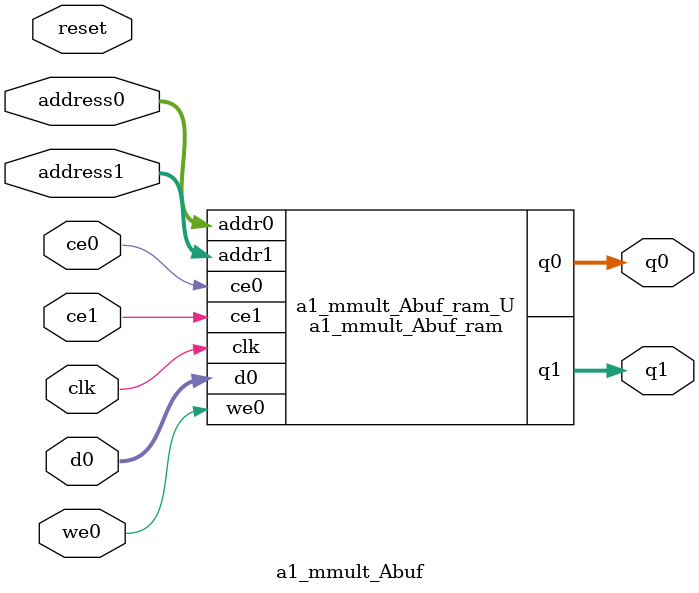
<source format=v>
`timescale 1 ns / 1 ps
module a1_mmult_Abuf_ram (addr0, ce0, d0, we0, q0, addr1, ce1, q1,  clk);

parameter DWIDTH = 32;
parameter AWIDTH = 10;
parameter MEM_SIZE = 1024;

input[AWIDTH-1:0] addr0;
input ce0;
input[DWIDTH-1:0] d0;
input we0;
output reg[DWIDTH-1:0] q0;
input[AWIDTH-1:0] addr1;
input ce1;
output reg[DWIDTH-1:0] q1;
input clk;

(* ram_style = "block" *)reg [DWIDTH-1:0] ram[0:MEM_SIZE-1];




always @(posedge clk)  
begin 
    if (ce0) 
    begin
        if (we0) 
        begin 
            ram[addr0] <= d0; 
        end 
        q0 <= ram[addr0];
    end
end


always @(posedge clk)  
begin 
    if (ce1) 
    begin
        q1 <= ram[addr1];
    end
end


endmodule

`timescale 1 ns / 1 ps
module a1_mmult_Abuf(
    reset,
    clk,
    address0,
    ce0,
    we0,
    d0,
    q0,
    address1,
    ce1,
    q1);

parameter DataWidth = 32'd32;
parameter AddressRange = 32'd1024;
parameter AddressWidth = 32'd10;
input reset;
input clk;
input[AddressWidth - 1:0] address0;
input ce0;
input we0;
input[DataWidth - 1:0] d0;
output[DataWidth - 1:0] q0;
input[AddressWidth - 1:0] address1;
input ce1;
output[DataWidth - 1:0] q1;



a1_mmult_Abuf_ram a1_mmult_Abuf_ram_U(
    .clk( clk ),
    .addr0( address0 ),
    .ce0( ce0 ),
    .we0( we0 ),
    .d0( d0 ),
    .q0( q0 ),
    .addr1( address1 ),
    .ce1( ce1 ),
    .q1( q1 ));

endmodule


</source>
